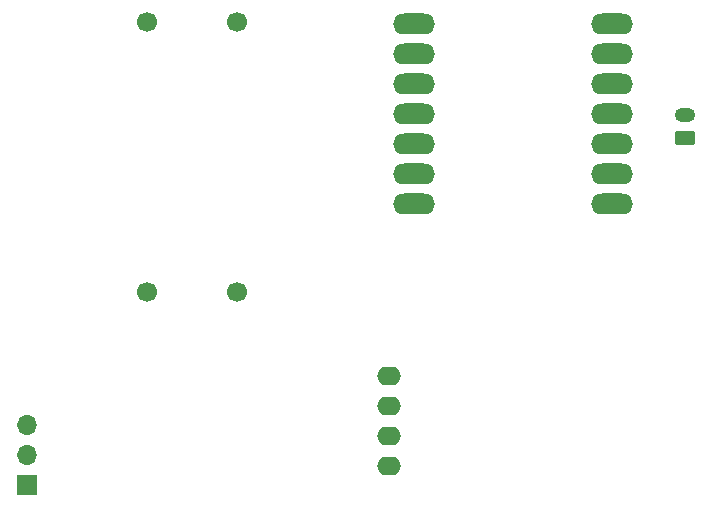
<source format=gbr>
%TF.GenerationSoftware,KiCad,Pcbnew,8.0.8*%
%TF.CreationDate,2025-02-12T17:19:00-08:00*%
%TF.ProjectId,Lab3v2,4c616233-7632-42e6-9b69-6361645f7063,V1*%
%TF.SameCoordinates,Original*%
%TF.FileFunction,Soldermask,Bot*%
%TF.FilePolarity,Negative*%
%FSLAX46Y46*%
G04 Gerber Fmt 4.6, Leading zero omitted, Abs format (unit mm)*
G04 Created by KiCad (PCBNEW 8.0.8) date 2025-02-12 17:19:00*
%MOMM*%
%LPD*%
G01*
G04 APERTURE LIST*
G04 Aperture macros list*
%AMRoundRect*
0 Rectangle with rounded corners*
0 $1 Rounding radius*
0 $2 $3 $4 $5 $6 $7 $8 $9 X,Y pos of 4 corners*
0 Add a 4 corners polygon primitive as box body*
4,1,4,$2,$3,$4,$5,$6,$7,$8,$9,$2,$3,0*
0 Add four circle primitives for the rounded corners*
1,1,$1+$1,$2,$3*
1,1,$1+$1,$4,$5*
1,1,$1+$1,$6,$7*
1,1,$1+$1,$8,$9*
0 Add four rect primitives between the rounded corners*
20,1,$1+$1,$2,$3,$4,$5,0*
20,1,$1+$1,$4,$5,$6,$7,0*
20,1,$1+$1,$6,$7,$8,$9,0*
20,1,$1+$1,$8,$9,$2,$3,0*%
G04 Aperture macros list end*
%ADD10R,1.700000X1.700000*%
%ADD11O,1.700000X1.700000*%
%ADD12O,2.000000X1.600000*%
%ADD13C,1.700000*%
%ADD14O,3.556000X1.778000*%
%ADD15RoundRect,0.250000X0.625000X-0.350000X0.625000X0.350000X-0.625000X0.350000X-0.625000X-0.350000X0*%
%ADD16O,1.750000X1.200000*%
G04 APERTURE END LIST*
D10*
%TO.C,SW1*%
X109250000Y-115330000D03*
D11*
X109250000Y-112790000D03*
X109250000Y-110250000D03*
%TD*%
D12*
%TO.C,Brd1*%
X139900000Y-113720000D03*
X139900000Y-111180000D03*
X139900000Y-108640000D03*
X139900000Y-106100000D03*
%TD*%
D13*
%TO.C,M1*%
X119380000Y-76140000D03*
X127000000Y-76140000D03*
X127000000Y-99000000D03*
X119380000Y-99000000D03*
%TD*%
D14*
%TO.C,U3*%
X141998000Y-76300000D03*
X141998000Y-78840000D03*
X141998000Y-81380000D03*
X141998000Y-83920000D03*
X141998000Y-86460000D03*
X141998000Y-89000000D03*
X141998000Y-91540000D03*
X158762000Y-76300000D03*
X158762000Y-78840000D03*
X158762000Y-81380000D03*
X158762000Y-83920000D03*
X158762000Y-86460000D03*
X158762000Y-89000000D03*
X158762000Y-91540000D03*
%TD*%
D15*
%TO.C,BT1*%
X165000000Y-86000000D03*
D16*
X165000000Y-84000000D03*
%TD*%
M02*

</source>
